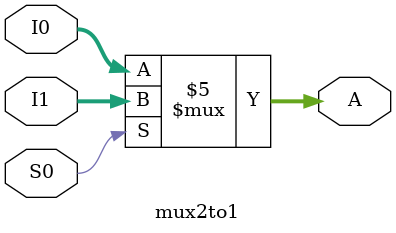
<source format=v>
/*
 * Taylor Skilling
 * Will Johnson
 * 12/14/2016
 * EECE 3324
 *
 * Mux2to1.v -- 32b 2 to 1 mux
 */
 
module mux2to1(I0,I1,S0,A);
	input[31:0] I0,I1;
	input S0;
	output reg [31:0] A;
	
	initial A = 32'b0;
	
	always@(I0 or I1 or S0) 
	begin
		if (S0 == 0)
			A = I0;
		else
			A = I1;
	end
endmodule
</source>
